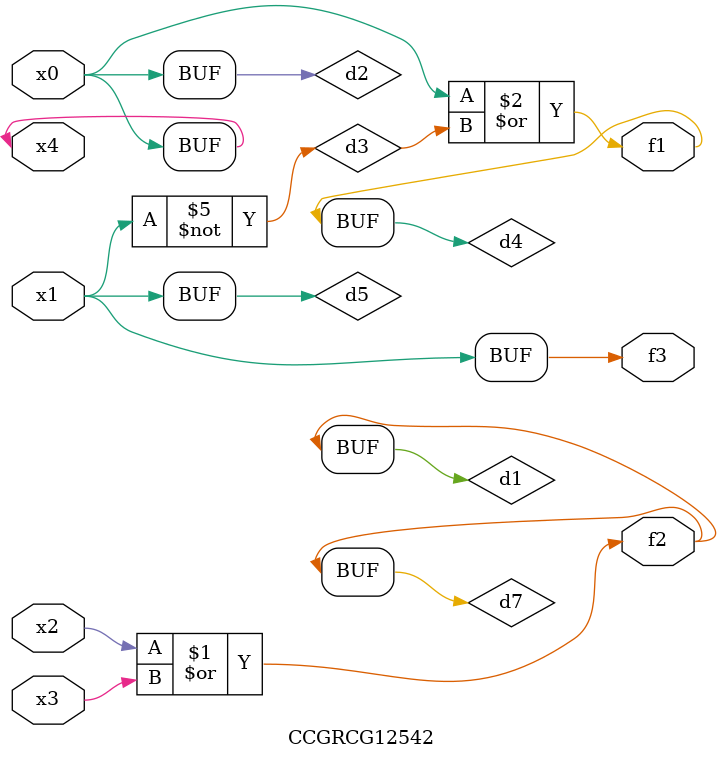
<source format=v>
module CCGRCG12542(
	input x0, x1, x2, x3, x4,
	output f1, f2, f3
);

	wire d1, d2, d3, d4, d5, d6, d7;

	or (d1, x2, x3);
	buf (d2, x0, x4);
	not (d3, x1);
	or (d4, d2, d3);
	not (d5, d3);
	nand (d6, d1, d3);
	or (d7, d1);
	assign f1 = d4;
	assign f2 = d7;
	assign f3 = d5;
endmodule

</source>
